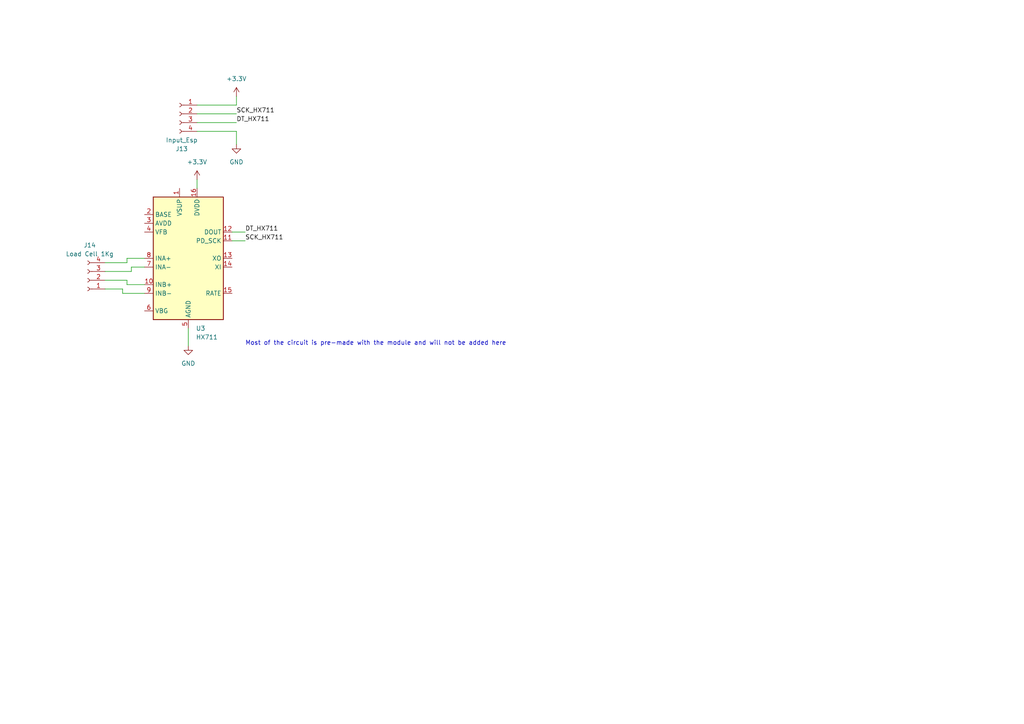
<source format=kicad_sch>
(kicad_sch (version 20230121) (generator eeschema)
  (paper "A4")
  (lib_symbols
    (symbol "Analog_ADC:HX711"
      (property "Reference" "U" (at 5.08 21.59 0))
      (property "Value" "HX711" (at 7.62 19.05 0))
      (symbol "HX711_0_1"
        (rectangle (start -10.16 17.78) (end 10.16 -17.78) (stroke (width 0.254)) (fill (type background)))
      )
      (symbol "HX711_1_1"
        (pin power_in line (at -2.54 20.32 270) (length 2.54) (name "VSUP") (number "1"))
        (pin input line (at -12.7 -7.62 0) (length 2.54) (name "INB+") (number "10"))
        (pin input line (at 12.7 5.08 180) (length 2.54) (name "PD_SCK") (number "11"))
        (pin output line (at 12.7 7.62 180) (length 2.54) (name "DOUT") (number "12"))
        (pin passive line (at 12.7 0 180) (length 2.54) (name "XO") (number "13"))
        (pin passive line (at 12.7 -2.54 180) (length 2.54) (name "XI") (number "14"))
        (pin input line (at 12.7 -10.16 180) (length 2.54) (name "RATE") (number "15"))
        (pin power_in line (at 2.54 20.32 270) (length 2.54) (name "DVDD") (number "16"))
        (pin passive line (at -12.7 12.7 0) (length 2.54) (name "BASE") (number "2"))
        (pin power_in line (at -12.7 10.16 0) (length 2.54) (name "AVDD") (number "3"))
        (pin input line (at -12.7 7.62 0) (length 2.54) (name "VFB") (number "4"))
        (pin power_in line (at 0 -20.32 90) (length 2.54) (name "AGND") (number "5"))
        (pin passive line (at -12.7 -15.24 0) (length 2.54) (name "VBG") (number "6"))
        (pin input line (at -12.7 -2.54 0) (length 2.54) (name "INA-") (number "7"))
        (pin input line (at -12.7 0 0) (length 2.54) (name "INA+") (number "8"))
        (pin input line (at -12.7 -10.16 0) (length 2.54) (name "INB-") (number "9"))
      )
    )
    (symbol "Connector:Conn_01x04_Socket" (pin_names (offset 1.016) hide)
      (property "Reference" "J" (at 0 5.08 0))
      (property "Value" "Conn_01x04_Socket" (at 0 -7.62 0))
      (symbol "Conn_01x04_Socket_1_1"
        (arc (start 0 -4.572) (mid -0.5058 -5.08) (end 0 -5.588) (stroke (width 0.1524)))
        (arc (start 0 -2.032) (mid -0.5058 -2.54) (end 0 -3.048) (stroke (width 0.1524)))
        (polyline (pts (xy -1.27 -5.08) (xy -0.508 -5.08)) (stroke (width 0.1524)))
        (polyline (pts (xy -1.27 -2.54) (xy -0.508 -2.54)) (stroke (width 0.1524)))
        (polyline (pts (xy -1.27 0) (xy -0.508 0)) (stroke (width 0.1524)))
        (polyline (pts (xy -1.27 2.54) (xy -0.508 2.54)) (stroke (width 0.1524)))
        (arc (start 0 0.508) (mid -0.5058 0) (end 0 -0.508) (stroke (width 0.1524)))
        (arc (start 0 3.048) (mid -0.5058 2.54) (end 0 2.032) (stroke (width 0.1524)))
        (pin passive line (at -5.08 2.54 0) (length 3.81) (name "Pin_1") (number "1"))
        (pin passive line (at -5.08 0 0) (length 3.81) (name "Pin_2") (number "2"))
        (pin passive line (at -5.08 -2.54 0) (length 3.81) (name "Pin_3") (number "3"))
        (pin passive line (at -5.08 -5.08 0) (length 3.81) (name "Pin_4") (number "4"))
      )
    )
    (symbol "power:+3.3V" (power) (pin_names (offset 0))
      (property "Value" "+3.3V" (at 0 3.556 0))
      (symbol "+3.3V_0_1"
        (polyline (pts (xy -0.762 1.27) (xy 0 2.54)))
        (polyline (pts (xy 0 0) (xy 0 2.54)))
        (polyline (pts (xy 0 2.54) (xy 0.762 1.27)))
      )
      (symbol "+3.3V_1_1"
        (pin power_in line (at 0 0 90) (length 0) hide (name "+3.3V") (number "1"))
      )
    )
    (symbol "power:GND" (power) (pin_names (offset 0))
      (property "Value" "GND" (at 0 -3.81 0))
      (symbol "GND_0_1"
        (polyline (pts (xy 0 0) (xy 0 -1.27) (xy 1.27 -1.27) (xy 0 -2.54) (xy -1.27 -1.27) (xy 0 -1.27)))
      )
      (symbol "GND_1_1"
        (pin power_in line (at 0 0 270) (length 0) hide (name "GND") (number "1"))
      )
    )
  )
  (wire (pts (xy 57.15 52.07) (xy 57.15 54.61)))
  (wire (pts (xy 57.15 35.56) (xy 68.58 35.56)))
  (wire (pts (xy 36.83 82.55) (xy 36.83 81.28)))
  (wire (pts (xy 41.91 74.93) (xy 36.83 74.93)))
  (wire (pts (xy 41.91 85.09) (xy 35.56 85.09)))
  (wire (pts (xy 68.58 38.1) (xy 57.15 38.1)))
  (wire (pts (xy 68.58 27.94) (xy 68.58 30.48)))
  (wire (pts (xy 54.61 95.25) (xy 54.61 100.33)))
  (wire (pts (xy 36.83 76.2) (xy 30.48 76.2)))
  (wire (pts (xy 36.83 81.28) (xy 30.48 81.28)))
  (wire (pts (xy 35.56 85.09) (xy 35.56 83.82)))
  (wire (pts (xy 57.15 33.02) (xy 68.58 33.02)))
  (wire (pts (xy 36.83 74.93) (xy 36.83 76.2)))
  (wire (pts (xy 38.1 77.47) (xy 38.1 78.74)))
  (wire (pts (xy 41.91 77.47) (xy 38.1 77.47)))
  (wire (pts (xy 41.91 82.55) (xy 36.83 82.55)))
  (wire (pts (xy 68.58 30.48) (xy 57.15 30.48)))
  (wire (pts (xy 38.1 78.74) (xy 30.48 78.74)))
  (wire (pts (xy 67.31 67.31) (xy 71.12 67.31)))
  (wire (pts (xy 67.31 69.85) (xy 71.12 69.85)))
  (wire (pts (xy 35.56 83.82) (xy 30.48 83.82)))
  (wire (pts (xy 68.58 41.91) (xy 68.58 38.1)))
  (text "Most of the circuit is pre-made with the module and will not be added here\n" (at 71.12 100.33 0) (effects (font (size 1.27 1.27)) (justify left bottom)))
  (label "DT_HX711" (at 68.58 35.56 0))
  (label "SCK_HX711" (at 68.58 33.02 0))
  (label "DT_HX711" (at 71.12 67.31 0))
  (label "SCK_HX711" (at 71.12 69.85 0))
  (symbol (lib_id "power:GND") (at 54.61 100.33 0) (unit 1)
    (property "Reference" "#PWR049" (effects hide))
    (property "Value" "GND" (at 54.61 105.41 0))
  )
  (symbol (lib_id "power:+3.3V") (at 57.15 52.07 0) (unit 1)
    (property "Reference" "#PWR050" (effects hide))
    (property "Value" "+3.3V" (at 57.15 46.99 0))
  )
  (symbol (lib_id "Connector:Conn_01x04_Socket") (at 25.4 81.28 180) (unit 1)
    (property "Reference" "J14" (at 26.035 71.12 0))
    (property "Value" "Load Cell 1Kg" (at 26.035 73.66 0))
  )
  (symbol (lib_id "power:GND") (at 68.58 41.91 0) (unit 1)
    (property "Reference" "#PWR048" (effects hide))
    (property "Value" "GND" (at 68.58 46.99 0))
  )
  (symbol (lib_id "power:+3.3V") (at 68.58 27.94 0) (unit 1)
    (property "Reference" "#PWR047" (effects hide))
    (property "Value" "+3.3V" (at 68.58 22.86 0))
  )
  (symbol (lib_id "Connector:Conn_01x04_Socket") (at 52.07 33.02 0) (mirror y) (unit 1)
    (property "Reference" "J13" (at 52.705 43.18 0))
    (property "Value" "Input_Esp" (at 52.705 40.64 0))
  )
  (symbol (lib_id "Analog_ADC:HX711") (at 54.61 74.93 0) (unit 1)
    (property "Reference" "U3" (at 56.8041 95.25 0) (effects (justify left)))
    (property "Value" "HX711" (at 56.8041 97.79 0) (effects (justify left)))
    (property "Footprint" "Package_SO:SOP-16_3.9x9.9mm_P1.27mm" (effects hide))
    (property "Datasheet" "https://cdn.sparkfun.com/datasheets/Sensors/ForceFlex/hx711_english.pdf" (effects hide))
  )
)
</source>
